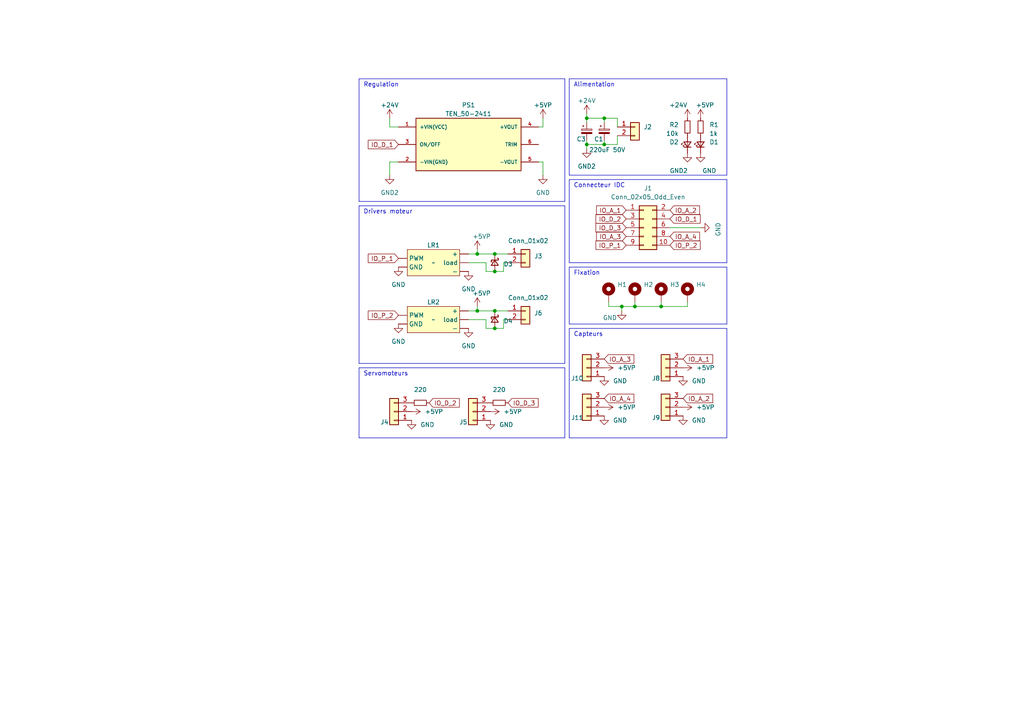
<source format=kicad_sch>
(kicad_sch (version 20230121) (generator eeschema)
  (paper "A4")
  (lib_symbols
    (symbol "Connector_Generic:Conn_01x02" (pin_names (offset 1.016) hide)
      (property "Reference" "J" (at 0 2.54 0))
      (property "Value" "Conn_01x02" (at 0 -5.08 0))
      (symbol "Conn_01x02_1_1"
        (rectangle (start -1.27 -2.413) (end 0 -2.667) (stroke (width 0.1524)))
        (rectangle (start -1.27 0.127) (end 0 -0.127) (stroke (width 0.1524)))
        (rectangle (start -1.27 1.27) (end 1.27 -3.81) (stroke (width 0.254)) (fill (type background)))
        (pin passive line (at -5.08 0 0) (length 3.81) (name "Pin_1") (number "1"))
        (pin passive line (at -5.08 -2.54 0) (length 3.81) (name "Pin_2") (number "2"))
      )
    )
    (symbol "Connector_Generic:Conn_01x03" (pin_names (offset 1.016) hide)
      (property "Reference" "J" (at 0 5.08 0))
      (property "Value" "Conn_01x03" (at 0 -5.08 0))
      (symbol "Conn_01x03_1_1"
        (rectangle (start -1.27 -2.413) (end 0 -2.667) (stroke (width 0.1524)))
        (rectangle (start -1.27 0.127) (end 0 -0.127) (stroke (width 0.1524)))
        (rectangle (start -1.27 2.667) (end 0 2.413) (stroke (width 0.1524)))
        (rectangle (start -1.27 3.81) (end 1.27 -3.81) (stroke (width 0.254)) (fill (type background)))
        (pin passive line (at -5.08 2.54 0) (length 3.81) (name "Pin_1") (number "1"))
        (pin passive line (at -5.08 0 0) (length 3.81) (name "Pin_2") (number "2"))
        (pin passive line (at -5.08 -2.54 0) (length 3.81) (name "Pin_3") (number "3"))
      )
    )
    (symbol "Connector_Generic:Conn_02x05_Odd_Even" (pin_names (offset 1.016) hide)
      (property "Reference" "J" (at 1.27 7.62 0))
      (property "Value" "Conn_02x05_Odd_Even" (at 1.27 -7.62 0))
      (symbol "Conn_02x05_Odd_Even_1_1"
        (rectangle (start -1.27 -4.953) (end 0 -5.207) (stroke (width 0.1524)))
        (rectangle (start -1.27 -2.413) (end 0 -2.667) (stroke (width 0.1524)))
        (rectangle (start -1.27 0.127) (end 0 -0.127) (stroke (width 0.1524)))
        (rectangle (start -1.27 2.667) (end 0 2.413) (stroke (width 0.1524)))
        (rectangle (start -1.27 5.207) (end 0 4.953) (stroke (width 0.1524)))
        (rectangle (start -1.27 6.35) (end 3.81 -6.35) (stroke (width 0.254)) (fill (type background)))
        (rectangle (start 3.81 -4.953) (end 2.54 -5.207) (stroke (width 0.1524)))
        (rectangle (start 3.81 -2.413) (end 2.54 -2.667) (stroke (width 0.1524)))
        (rectangle (start 3.81 0.127) (end 2.54 -0.127) (stroke (width 0.1524)))
        (rectangle (start 3.81 2.667) (end 2.54 2.413) (stroke (width 0.1524)))
        (rectangle (start 3.81 5.207) (end 2.54 4.953) (stroke (width 0.1524)))
        (pin passive line (at -5.08 5.08 0) (length 3.81) (name "Pin_1") (number "1"))
        (pin passive line (at 7.62 -5.08 180) (length 3.81) (name "Pin_10") (number "10"))
        (pin passive line (at 7.62 5.08 180) (length 3.81) (name "Pin_2") (number "2"))
        (pin passive line (at -5.08 2.54 0) (length 3.81) (name "Pin_3") (number "3"))
        (pin passive line (at 7.62 2.54 180) (length 3.81) (name "Pin_4") (number "4"))
        (pin passive line (at -5.08 0 0) (length 3.81) (name "Pin_5") (number "5"))
        (pin passive line (at 7.62 0 180) (length 3.81) (name "Pin_6") (number "6"))
        (pin passive line (at -5.08 -2.54 0) (length 3.81) (name "Pin_7") (number "7"))
        (pin passive line (at 7.62 -2.54 180) (length 3.81) (name "Pin_8") (number "8"))
        (pin passive line (at -5.08 -5.08 0) (length 3.81) (name "Pin_9") (number "9"))
      )
    )
    (symbol "Device:C_Polarized_Small" (pin_numbers hide) (pin_names (offset 0.254) hide)
      (property "Reference" "C" (at 0.254 1.778 0))
      (property "Value" "C_Polarized_Small" (at 0.254 -2.032 0))
      (symbol "C_Polarized_Small_0_1"
        (rectangle (start -1.524 -0.3048) (end 1.524 -0.6858) (fill (type outline)))
        (rectangle (start -1.524 0.6858) (end 1.524 0.3048))
        (polyline (pts (xy -1.27 1.524) (xy -0.762 1.524)))
        (polyline (pts (xy -1.016 1.27) (xy -1.016 1.778)))
      )
      (symbol "C_Polarized_Small_1_1"
        (pin passive line (at 0 2.54 270) (length 1.8542) (name "~") (number "1"))
        (pin passive line (at 0 -2.54 90) (length 1.8542) (name "~") (number "2"))
      )
    )
    (symbol "Device:D_Schottky_Small" (pin_numbers hide) (pin_names (offset 0.254) hide)
      (property "Reference" "D" (at -1.27 2.032 0))
      (property "Value" "D_Schottky_Small" (at -7.112 -2.032 0))
      (symbol "D_Schottky_Small_0_1"
        (polyline (pts (xy -0.762 0) (xy 0.762 0)))
        (polyline (pts (xy 0.762 -1.016) (xy -0.762 0) (xy 0.762 1.016) (xy 0.762 -1.016)) (stroke (width 0.254)))
        (polyline (pts (xy -1.27 0.762) (xy -1.27 1.016) (xy -0.762 1.016) (xy -0.762 -1.016) (xy -0.254 -1.016) (xy -0.254 -0.762)) (stroke (width 0.254)))
      )
      (symbol "D_Schottky_Small_1_1"
        (pin passive line (at -2.54 0 0) (length 1.778) (name "K") (number "1"))
        (pin passive line (at 2.54 0 180) (length 1.778) (name "A") (number "2"))
      )
    )
    (symbol "Device:LED_Small" (pin_numbers hide) (pin_names (offset 0.254) hide)
      (property "Reference" "D" (at -1.27 3.175 0))
      (property "Value" "LED_Small" (at -4.445 -2.54 0))
      (symbol "LED_Small_0_1"
        (polyline (pts (xy -0.762 -1.016) (xy -0.762 1.016)) (stroke (width 0.254)))
        (polyline (pts (xy 1.016 0) (xy -0.762 0)))
        (polyline (pts (xy 0.762 -1.016) (xy -0.762 0) (xy 0.762 1.016) (xy 0.762 -1.016)) (stroke (width 0.254)))
        (polyline (pts (xy 0 0.762) (xy -0.508 1.27) (xy -0.254 1.27) (xy -0.508 1.27) (xy -0.508 1.016)))
        (polyline (pts (xy 0.508 1.27) (xy 0 1.778) (xy 0.254 1.778) (xy 0 1.778) (xy 0 1.524)))
      )
      (symbol "LED_Small_1_1"
        (pin passive line (at -2.54 0 0) (length 1.778) (name "K") (number "1"))
        (pin passive line (at 2.54 0 180) (length 1.778) (name "A") (number "2"))
      )
    )
    (symbol "Device:R_Small" (pin_numbers hide) (pin_names (offset 0.254) hide)
      (property "Reference" "R" (at 0.762 0.508 0))
      (property "Value" "R_Small" (at 0.762 -1.016 0))
      (symbol "R_Small_0_1"
        (rectangle (start -0.762 1.778) (end 0.762 -1.778) (stroke (width 0.2032)))
      )
      (symbol "R_Small_1_1"
        (pin passive line (at 0 2.54 270) (length 0.762) (name "~") (number "1"))
        (pin passive line (at 0 -2.54 90) (length 0.762) (name "~") (number "2"))
      )
    )
    (symbol "LR7843-Board:LR7843-Board" (pin_numbers hide)
      (property "Reference" "LR7843" (at -3.81 5.08 0))
      (symbol "LR7843-Board_0_1"
        (rectangle (start -7.62 3.81) (end 7.62 -3.81) (fill (type background)))
      )
      (symbol "LR7843-Board_1_1"
        (pin input line (at 10.16 1.27 180) (length 2.54) (name "PWM") (number "1"))
        (pin input line (at 10.16 -1.27 180) (length 2.54) (name "GND") (number "2"))
        (pin input line (at -10.16 2.54 0) (length 2.54) (name "+") (number "3"))
        (pin input line (at -10.16 0 0) (length 2.54) (name "load") (number "4"))
        (pin input line (at -10.16 -2.54 0) (length 2.54) (name "-") (number "5"))
      )
    )
    (symbol "Mechanical:MountingHole_Pad" (pin_numbers hide) (pin_names (offset 1.016) hide)
      (property "Reference" "H" (at 0 6.35 0))
      (property "Value" "MountingHole_Pad" (at 0 4.445 0))
      (symbol "MountingHole_Pad_0_1"
        (circle (center 0 1.27) (radius 1.27) (stroke (width 1.27)))
      )
      (symbol "MountingHole_Pad_1_1"
        (pin input line (at 0 -2.54 90) (length 2.54) (name "1") (number "1"))
      )
    )
    (symbol "TEN_50-2411:TEN_50-2411" (pin_names (offset 1.016))
      (property "Reference" "PS" (at -15.24 10.16 0))
      (property "Value" "TEN_50-2411" (at -15.24 -10.16 0))
      (symbol "TEN_50-2411_0_0"
        (rectangle (start -15.24 -7.62) (end 15.24 7.62) (stroke (width 0.254)) (fill (type background)))
        (pin input line (at -20.32 5.08 0) (length 5.08) (name "+VIN(VCC)") (number "1"))
        (pin input line (at -20.32 -5.08 0) (length 5.08) (name "-VIN(GND)") (number "2"))
        (pin input line (at -20.32 0 0) (length 5.08) (name "ON/OFF") (number "3"))
        (pin output line (at 20.32 5.08 180) (length 5.08) (name "+VOUT") (number "4"))
        (pin output line (at 20.32 -5.08 180) (length 5.08) (name "-VOUT") (number "5"))
        (pin passive line (at 20.32 0 180) (length 5.08) (name "TRIM") (number "6"))
      )
    )
    (symbol "power:+24V" (power) (pin_names (offset 0))
      (property "Value" "+24V" (at 0 3.556 0))
      (symbol "+24V_0_1"
        (polyline (pts (xy -0.762 1.27) (xy 0 2.54)))
        (polyline (pts (xy 0 0) (xy 0 2.54)))
        (polyline (pts (xy 0 2.54) (xy 0.762 1.27)))
      )
      (symbol "+24V_1_1"
        (pin power_in line (at 0 0 90) (length 0) hide (name "+24V") (number "1"))
      )
    )
    (symbol "power:+5VP" (power) (pin_names (offset 0))
      (property "Value" "+5VP" (at 0 3.556 0))
      (symbol "+5VP_0_1"
        (polyline (pts (xy -0.762 1.27) (xy 0 2.54)))
        (polyline (pts (xy 0 0) (xy 0 2.54)))
        (polyline (pts (xy 0 2.54) (xy 0.762 1.27)))
      )
      (symbol "+5VP_1_1"
        (pin power_in line (at 0 0 90) (length 0) hide (name "+5VP") (number "1"))
      )
    )
    (symbol "power:GND" (power) (pin_names (offset 0))
      (property "Value" "GND" (at 0 -3.81 0))
      (symbol "GND_0_1"
        (polyline (pts (xy 0 0) (xy 0 -1.27) (xy 1.27 -1.27) (xy 0 -2.54) (xy -1.27 -1.27) (xy 0 -1.27)))
      )
      (symbol "GND_1_1"
        (pin power_in line (at 0 0 270) (length 0) hide (name "GND") (number "1"))
      )
    )
    (symbol "power:GND2" (power) (pin_names (offset 0))
      (property "Value" "GND2" (at 0 -3.81 0))
      (symbol "GND2_0_1"
        (polyline (pts (xy 0 0) (xy 0 -1.27) (xy 1.27 -1.27) (xy 0 -2.54) (xy -1.27 -1.27) (xy 0 -1.27)))
      )
      (symbol "GND2_1_1"
        (pin power_in line (at 0 0 270) (length 0) hide (name "GND2") (number "1"))
      )
    )
  )
  (junction (at 138.43 90.17))
  (junction (at 143.51 78.74))
  (junction (at 143.51 95.25))
  (junction (at 170.18 34.29))
  (junction (at 175.26 34.29))
  (junction (at 143.51 90.17))
  (junction (at 143.51 73.66))
  (junction (at 180.34 88.9))
  (junction (at 184.15 88.9))
  (junction (at 191.77 88.9))
  (junction (at 170.18 41.91))
  (junction (at 175.26 41.91))
  (junction (at 138.43 73.66))
  (polyline (pts (xy 210.82 95.25) (xy 210.82 127)))
  (wire (pts (xy 135.89 76.2) (xy 140.97 76.2)))
  (wire (pts (xy 175.26 34.29) (xy 175.26 35.56)))
  (wire (pts (xy 170.18 34.29) (xy 175.26 34.29)))
  (wire (pts (xy 184.15 88.9) (xy 184.15 87.63)))
  (wire (pts (xy 143.51 90.17) (xy 147.32 90.17)))
  (wire (pts (xy 115.57 46.99) (xy 113.03 46.99)))
  (wire (pts (xy 156.21 36.83) (xy 157.48 36.83)))
  (wire (pts (xy 199.39 87.63) (xy 199.39 88.9)))
  (polyline (pts (xy 210.82 52.07) (xy 210.82 76.2)))
  (wire (pts (xy 135.89 90.17) (xy 138.43 90.17)))
  (wire (pts (xy 147.32 92.71) (xy 146.05 92.71)))
  (polyline (pts (xy 210.82 127) (xy 165.1 127)))
  (wire (pts (xy 176.53 87.63) (xy 176.53 88.9)))
  (wire (pts (xy 170.18 35.56) (xy 170.18 34.29)))
  (wire (pts (xy 180.34 88.9) (xy 180.34 90.17)))
  (polyline (pts (xy 104.14 22.86) (xy 104.14 58.42)))
  (wire (pts (xy 113.03 36.83) (xy 115.57 36.83)))
  (polyline (pts (xy 165.1 95.25) (xy 165.1 127)))
  (wire (pts (xy 140.97 92.71) (xy 140.97 95.25)))
  (wire (pts (xy 180.34 88.9) (xy 184.15 88.9)))
  (wire (pts (xy 138.43 72.39) (xy 138.43 73.66)))
  (polyline (pts (xy 165.1 22.86) (xy 165.1 50.8)))
  (polyline (pts (xy 165.1 22.86) (xy 210.82 22.86)))
  (polyline (pts (xy 165.1 77.47) (xy 210.82 77.47)))
  (polyline (pts (xy 104.14 106.68) (xy 163.83 106.68)))
  (polyline (pts (xy 210.82 77.47) (xy 210.82 93.98)))
  (polyline (pts (xy 210.82 50.8) (xy 165.1 50.8)))
  (wire (pts (xy 146.05 92.71) (xy 146.05 95.25)))
  (wire (pts (xy 170.18 40.64) (xy 170.18 41.91)))
  (polyline (pts (xy 163.83 22.86) (xy 163.83 58.42)))
  (wire (pts (xy 179.07 41.91) (xy 175.26 41.91)))
  (wire (pts (xy 170.18 41.91) (xy 170.18 43.18)))
  (wire (pts (xy 147.32 76.2) (xy 146.05 76.2)))
  (wire (pts (xy 113.03 46.99) (xy 113.03 50.8)))
  (polyline (pts (xy 165.1 52.07) (xy 165.1 76.2)))
  (wire (pts (xy 179.07 39.37) (xy 179.07 41.91)))
  (wire (pts (xy 179.07 36.83) (xy 179.07 34.29)))
  (polyline (pts (xy 163.83 58.42) (xy 104.14 58.42)))
  (wire (pts (xy 191.77 87.63) (xy 191.77 88.9)))
  (polyline (pts (xy 210.82 76.2) (xy 165.1 76.2)))
  (wire (pts (xy 138.43 88.9) (xy 138.43 90.17)))
  (polyline (pts (xy 165.1 95.25) (xy 210.82 95.25)))
  (polyline (pts (xy 210.82 93.98) (xy 165.1 93.98)))
  (wire (pts (xy 146.05 76.2) (xy 146.05 78.74)))
  (wire (pts (xy 140.97 76.2) (xy 140.97 78.74)))
  (wire (pts (xy 135.89 92.71) (xy 140.97 92.71)))
  (wire (pts (xy 203.2 66.04) (xy 194.31 66.04)))
  (wire (pts (xy 157.48 46.99) (xy 157.48 50.8)))
  (wire (pts (xy 113.03 34.29) (xy 113.03 36.83)))
  (wire (pts (xy 175.26 40.64) (xy 175.26 41.91)))
  (polyline (pts (xy 165.1 77.47) (xy 165.1 93.98)))
  (wire (pts (xy 170.18 33.02) (xy 170.18 34.29)))
  (polyline (pts (xy 210.82 22.86) (xy 210.82 50.8)))
  (wire (pts (xy 191.77 88.9) (xy 184.15 88.9)))
  (polyline (pts (xy 104.14 22.86) (xy 163.83 22.86)))
  (polyline (pts (xy 104.14 106.68) (xy 104.14 127)))
  (wire (pts (xy 135.89 73.66) (xy 138.43 73.66)))
  (wire (pts (xy 138.43 73.66) (xy 143.51 73.66)))
  (polyline (pts (xy 104.14 59.69) (xy 163.83 59.69)))
  (wire (pts (xy 140.97 78.74) (xy 143.51 78.74)))
  (wire (pts (xy 140.97 95.25) (xy 143.51 95.25)))
  (wire (pts (xy 175.26 34.29) (xy 179.07 34.29)))
  (wire (pts (xy 176.53 88.9) (xy 180.34 88.9)))
  (polyline (pts (xy 165.1 52.07) (xy 210.82 52.07)))
  (wire (pts (xy 175.26 41.91) (xy 170.18 41.91)))
  (polyline (pts (xy 104.14 59.69) (xy 104.14 105.41)))
  (polyline (pts (xy 163.83 105.41) (xy 104.14 105.41)))
  (polyline (pts (xy 163.83 106.68) (xy 163.83 127)))
  (wire (pts (xy 191.77 88.9) (xy 199.39 88.9)))
  (polyline (pts (xy 163.83 127) (xy 104.14 127)))
  (wire (pts (xy 143.51 73.66) (xy 147.32 73.66)))
  (polyline (pts (xy 163.83 59.69) (xy 163.83 105.41)))
  (wire (pts (xy 157.48 36.83) (xy 157.48 34.29)))
  (wire (pts (xy 156.21 46.99) (xy 157.48 46.99)))
  (wire (pts (xy 143.51 78.74) (xy 146.05 78.74)))
  (wire (pts (xy 146.05 95.25) (xy 143.51 95.25)))
  (wire (pts (xy 138.43 90.17) (xy 143.51 90.17)))
  (text "Servomoteurs" (at 105.41 109.22 0) (effects (font (size 1.27 1.27)) (justify left bottom)))
  (text "Fixation" (at 166.37 80.01 0) (effects (font (size 1.27 1.27)) (justify left bottom)))
  (text "Drivers moteur" (at 105.41 62.23 0) (effects (font (size 1.27 1.27)) (justify left bottom)))
  (text "Connecteur IDC" (at 166.37 54.61 0) (effects (font (size 1.27 1.27)) (justify left bottom)))
  (text "Capteurs" (at 166.37 97.79 0) (effects (font (size 1.27 1.27)) (justify left bottom)))
  (text "Alimentation" (at 166.37 25.4 0) (effects (font (size 1.27 1.27)) (justify left bottom)))
  (text "Regulation" (at 105.41 25.4 0) (effects (font (size 1.27 1.27)) (justify left bottom)))
  (global_label "IO_D_1" (shape input) (at 194.31 63.5 0) (property "Intersheetrefs" "${INTERSHEET_REFS}" (effects hide)))
  (global_label "IO_A_2" (shape input) (at 198.12 115.57 0) (property "Intersheetrefs" "${INTERSHEET_REFS}" (effects hide)))
  (global_label "IO_D_3" (shape input) (at 181.61 66.04 180) (property "Intersheetrefs" "${INTERSHEET_REFS}" (effects hide)))
  (global_label "IO_D_3" (shape input) (at 147.32 116.84 0) (property "Intersheetrefs" "${INTERSHEET_REFS}" (effects hide)))
  (global_label "IO_A_4" (shape input) (at 175.26 115.57 0) (property "Intersheetrefs" "${INTERSHEET_REFS}" (effects hide)))
  (global_label "IO_D_1" (shape input) (at 115.57 41.91 180) (property "Intersheetrefs" "${INTERSHEET_REFS}" (effects hide)))
  (global_label "IO_A_3" (shape input) (at 175.26 104.14 0) (property "Intersheetrefs" "${INTERSHEET_REFS}" (effects hide)))
  (global_label "IO_P_1" (shape input) (at 181.61 71.12 180) (property "Intersheetrefs" "${INTERSHEET_REFS}" (effects hide)))
  (global_label "IO_A_3" (shape input) (at 181.61 68.58 180) (property "Intersheetrefs" "${INTERSHEET_REFS}" (effects hide)))
  (global_label "IO_P_2" (shape input) (at 115.57 91.44 180) (property "Intersheetrefs" "${INTERSHEET_REFS}" (effects hide)))
  (global_label "IO_P_1" (shape input) (at 115.57 74.93 180) (property "Intersheetrefs" "${INTERSHEET_REFS}" (effects hide)))
  (global_label "IO_D_2" (shape input) (at 124.46 116.84 0) (property "Intersheetrefs" "${INTERSHEET_REFS}" (effects hide)))
  (global_label "IO_P_2" (shape input) (at 194.31 71.12 0) (property "Intersheetrefs" "${INTERSHEET_REFS}" (effects hide)))
  (global_label "IO_A_1" (shape input) (at 181.61 60.96 180) (property "Intersheetrefs" "${INTERSHEET_REFS}" (effects hide)))
  (global_label "IO_A_2" (shape input) (at 194.31 60.96 0) (property "Intersheetrefs" "${INTERSHEET_REFS}" (effects hide)))
  (global_label "IO_A_1" (shape input) (at 198.12 104.14 0) (property "Intersheetrefs" "${INTERSHEET_REFS}" (effects hide)))
  (global_label "IO_D_2" (shape input) (at 181.61 63.5 180) (property "Intersheetrefs" "${INTERSHEET_REFS}" (effects hide)))
  (global_label "IO_A_4" (shape input) (at 194.31 68.58 0) (property "Intersheetrefs" "${INTERSHEET_REFS}" (effects hide)))
  (symbol (lib_id "power:+5VP") (at 142.24 119.38 270) (unit 1)
    (property "Reference" "#PWR017" (effects hide))
    (property "Value" "+5VP" (at 146.05 119.3799 90) (effects (justify left)))
  )
  (symbol (lib_id "Device:R_Small") (at 144.78 116.84 90) (unit 1)
    (property "Reference" "R5" (effects hide))
    (property "Value" "220" (at 144.78 113.03 90))
    (property "Footprint" "Resistor_SMD:R_1206_3216Metric_Pad1.30x1.75mm_HandSolder" (effects hide))
  )
  (symbol (lib_id "power:GND") (at 175.26 109.22 0) (unit 1)
    (property "Reference" "#PWR028" (effects hide))
    (property "Value" "GND" (at 177.8 110.4899 0) (effects (justify left)))
  )
  (symbol (lib_id "power:+5VP") (at 203.2 34.29 0) (unit 1)
    (property "Reference" "#PWR05" (effects hide))
    (property "Value" "+5VP" (at 204.47 30.48 0))
  )
  (symbol (lib_id "power:+5VP") (at 119.38 119.38 270) (unit 1)
    (property "Reference" "#PWR015" (effects hide))
    (property "Value" "+5VP" (at 123.19 119.3799 90) (effects (justify left)))
  )
  (symbol (lib_id "Connector_Generic:Conn_01x02") (at 152.4 73.66 0) (unit 1)
    (property "Reference" "J3" (at 154.94 74.295 0) (effects (justify left)))
    (property "Value" "Conn_01x02" (at 147.32 69.85 0) (effects (justify left)))
    (property "Footprint" "Connector_PinHeader_2.54mm:PinHeader_1x02_P2.54mm_Horizontal" (effects hide))
  )
  (symbol (lib_id "Device:C_Polarized_Small") (at 175.26 38.1 0) (unit 1)
    (property "Reference" "C1" (at 172.3037 40.3468 0) (effects (justify left)))
    (property "Value" "220uF 50V" (effects hide))
    (property "Footprint" "Capacitor_THT:CP_Radial_D10.0mm_P5.00mm" (effects hide))
  )
  (symbol (lib_id "power:+5VP") (at 198.12 118.11 270) (unit 1)
    (property "Reference" "#PWR025" (effects hide))
    (property "Value" "+5VP" (at 201.93 118.1099 90) (effects (justify left)))
  )
  (symbol (lib_id "Connector_Generic:Conn_01x03") (at 193.04 118.11 180) (unit 1)
    (property "Reference" "J9" (at 190.2774 121.1555 0))
    (property "Value" "Conn_01x03" (effects hide))
    (property "Footprint" "Connector_PinHeader_2.54mm:PinHeader_1x03_P2.54mm_Horizontal" (effects hide))
  )
  (symbol (lib_id "Mechanical:MountingHole_Pad") (at 176.53 85.09 0) (unit 1)
    (property "Reference" "H1" (at 179.07 82.5499 0) (effects (justify left)))
    (property "Value" "MountingHole_Pad" (effects hide))
    (property "Footprint" "MountingHole:MountingHole_3.2mm_M3_Pad_Via" (effects hide))
  )
  (symbol (lib_id "power:GND") (at 115.57 93.98 0) (unit 1)
    (property "Reference" "#PWR014" (effects hide))
    (property "Value" "GND" (at 115.57 99.06 0))
  )
  (symbol (lib_id "power:GND2") (at 199.39 44.45 0) (unit 1)
    (property "Reference" "#PWR010" (effects hide))
    (property "Value" "GND2" (at 196.85 49.53 0))
  )
  (symbol (lib_id "power:+5VP") (at 175.26 118.11 270) (unit 1)
    (property "Reference" "#PWR029" (effects hide))
    (property "Value" "+5VP" (at 179.07 118.1099 90) (effects (justify left)))
  )
  (symbol (lib_id "Connector_Generic:Conn_01x03") (at 193.04 106.68 180) (unit 1)
    (property "Reference" "J8" (at 190.2774 109.7255 0))
    (property "Value" "Conn_01x03" (effects hide))
    (property "Footprint" "Connector_PinHeader_2.54mm:PinHeader_1x03_P2.54mm_Horizontal" (effects hide))
  )
  (symbol (lib_id "power:GND") (at 142.24 121.92 0) (unit 1)
    (property "Reference" "#PWR018" (effects hide))
    (property "Value" "GND" (at 144.78 123.1899 0) (effects (justify left)))
  )
  (symbol (lib_id "power:+5VP") (at 138.43 88.9 0) (unit 1)
    (property "Reference" "#PWR022" (effects hide))
    (property "Value" "+5VP" (at 139.7 85.09 0))
  )
  (symbol (lib_id "power:GND") (at 198.12 109.22 0) (unit 1)
    (property "Reference" "#PWR024" (effects hide))
    (property "Value" "GND" (at 200.66 110.4899 0) (effects (justify left)))
  )
  (symbol (lib_id "power:GND") (at 180.34 90.17 0) (unit 1)
    (property "Reference" "#PWR07" (effects hide))
    (property "Value" "GND" (at 174.8545 92.1682 0) (effects (justify left)))
  )
  (symbol (lib_id "Device:C_Polarized_Small") (at 170.18 38.1 0) (unit 1)
    (property "Reference" "C3" (at 167.2237 40.3468 0) (effects (justify left)))
    (property "Value" "220uF 50V" (at 170.8478 43.4639 0) (effects (justify left)))
    (property "Footprint" "Capacitor_THT:CP_Radial_D10.0mm_P5.00mm" (effects hide))
  )
  (symbol (lib_id "power:GND") (at 135.89 95.25 0) (unit 1)
    (property "Reference" "#PWR020" (effects hide))
    (property "Value" "GND" (at 135.89 100.33 0))
  )
  (symbol (lib_id "LR7843-Board:LR7843-Board") (at 125.73 92.71 0) (mirror y) (unit 1)
    (property "Reference" "LR2" (at 125.73 87.63 0))
    (property "Value" "~" (at 125.73 92.71 0))
    (property "Footprint" "LR7843:LR7843-Board" (effects hide))
  )
  (symbol (lib_id "Device:LED_Small") (at 199.39 41.91 90) (unit 1)
    (property "Reference" "D2" (at 196.85 41.2115 90) (effects (justify left)))
    (property "Value" "LED_Small" (effects hide))
    (property "Footprint" "LED_SMD:LED_1206_3216Metric_Pad1.42x1.75mm_HandSolder" (effects hide))
  )
  (symbol (lib_id "Device:D_Schottky_Small") (at 143.51 76.2 270) (unit 1)
    (property "Reference" "D3" (at 146.05 76.581 90) (effects (justify left)))
    (property "Value" "D_Schottky_Small" (effects hide))
    (property "Footprint" "Diode_THT:D_A-405_P10.16mm_Horizontal" (effects hide))
  )
  (symbol (lib_id "power:GND") (at 119.38 121.92 0) (unit 1)
    (property "Reference" "#PWR016" (effects hide))
    (property "Value" "GND" (at 121.92 123.1899 0) (effects (justify left)))
  )
  (symbol (lib_id "power:GND") (at 203.2 44.45 0) (unit 1)
    (property "Reference" "#PWR01" (effects hide))
    (property "Value" "GND" (at 205.74 49.53 0))
  )
  (symbol (lib_id "Connector_Generic:Conn_01x02") (at 184.15 36.83 0) (unit 1)
    (property "Reference" "J2" (at 186.69 36.8299 0) (effects (justify left)))
    (property "Value" "Conn_01x02" (effects hide))
    (property "Footprint" "Connector_AMASS:AMASS_XT30PW-M_1x02_P2.50mm_Horizontal" (effects hide))
  )
  (symbol (lib_id "Mechanical:MountingHole_Pad") (at 184.15 85.09 0) (unit 1)
    (property "Reference" "H2" (at 186.69 82.5499 0) (effects (justify left)))
    (property "Value" "MountingHole_Pad" (effects hide))
    (property "Footprint" "MountingHole:MountingHole_3.2mm_M3_Pad_Via" (effects hide))
  )
  (symbol (lib_id "Connector_Generic:Conn_01x03") (at 114.3 119.38 180) (unit 1)
    (property "Reference" "J4" (at 111.5374 122.4255 0))
    (property "Value" "Conn_01x03" (effects hide))
    (property "Footprint" "Connector_PinHeader_2.54mm:PinHeader_1x03_P2.54mm_Horizontal" (effects hide))
  )
  (symbol (lib_id "Device:R_Small") (at 199.39 36.83 0) (unit 1)
    (property "Reference" "R2" (at 196.85 36.195 0) (effects (justify right)))
    (property "Value" "10k" (at 196.85 38.735 0) (effects (justify right)))
    (property "Footprint" "Resistor_SMD:R_1206_3216Metric_Pad1.30x1.75mm_HandSolder" (effects hide))
  )
  (symbol (lib_id "power:GND") (at 135.89 78.74 0) (unit 1)
    (property "Reference" "#PWR019" (effects hide))
    (property "Value" "GND" (at 135.89 83.82 0))
  )
  (symbol (lib_id "power:+24V") (at 199.39 34.29 0) (unit 1)
    (property "Reference" "#PWR011" (effects hide))
    (property "Value" "+24V" (at 199.39 30.48 0) (effects (justify right)))
  )
  (symbol (lib_id "power:GND") (at 203.2 66.04 90) (unit 1)
    (property "Reference" "#PWR08" (effects hide))
    (property "Value" "GND" (at 208.28 68.58 0) (effects (justify left)))
  )
  (symbol (lib_id "Device:LED_Small") (at 203.2 41.91 90) (unit 1)
    (property "Reference" "D1" (at 205.74 41.2115 90) (effects (justify right)))
    (property "Value" "LED_Small" (effects hide))
    (property "Footprint" "LED_SMD:LED_1206_3216Metric_Pad1.42x1.75mm_HandSolder" (effects hide))
  )
  (symbol (lib_id "power:+24V") (at 170.18 33.02 0) (unit 1)
    (property "Reference" "#PWR09" (effects hide))
    (property "Value" "+24V" (at 170.18 29.21 0))
  )
  (symbol (lib_id "Connector_Generic:Conn_01x03") (at 170.18 118.11 180) (unit 1)
    (property "Reference" "J11" (at 167.4174 121.1555 0))
    (property "Value" "Conn_01x03" (effects hide))
    (property "Footprint" "Connector_PinHeader_2.54mm:PinHeader_1x03_P2.54mm_Horizontal" (effects hide))
  )
  (symbol (lib_id "power:+5VP") (at 138.43 72.39 0) (unit 1)
    (property "Reference" "#PWR021" (effects hide))
    (property "Value" "+5VP" (at 139.7 68.58 0))
  )
  (symbol (lib_id "Connector_Generic:Conn_01x02") (at 152.4 90.17 0) (unit 1)
    (property "Reference" "J6" (at 154.94 90.805 0) (effects (justify left)))
    (property "Value" "Conn_01x02" (at 147.32 86.36 0) (effects (justify left)))
    (property "Footprint" "Connector_PinHeader_2.54mm:PinHeader_1x02_P2.54mm_Horizontal" (effects hide))
  )
  (symbol (lib_id "Device:R_Small") (at 203.2 36.83 0) (unit 1)
    (property "Reference" "R1" (at 205.74 36.195 0) (effects (justify left)))
    (property "Value" "1k" (at 205.74 38.735 0) (effects (justify left)))
    (property "Footprint" "Resistor_SMD:R_1206_3216Metric_Pad1.30x1.75mm_HandSolder" (effects hide))
  )
  (symbol (lib_id "Device:R_Small") (at 121.92 116.84 90) (unit 1)
    (property "Reference" "R4" (effects hide))
    (property "Value" "220" (at 121.92 113.03 90))
    (property "Footprint" "Resistor_SMD:R_1206_3216Metric_Pad1.30x1.75mm_HandSolder" (effects hide))
  )
  (symbol (lib_id "Mechanical:MountingHole_Pad") (at 191.77 85.09 0) (unit 1)
    (property "Reference" "H3" (at 194.31 82.5499 0) (effects (justify left)))
    (property "Value" "MountingHole_Pad" (effects hide))
    (property "Footprint" "MountingHole:MountingHole_3.2mm_M3_Pad_Via" (effects hide))
  )
  (symbol (lib_id "power:GND2") (at 170.18 43.18 0) (unit 1)
    (property "Reference" "#PWR06" (effects hide))
    (property "Value" "GND2" (at 170.18 48.26 0))
  )
  (symbol (lib_id "power:GND") (at 115.57 77.47 0) (unit 1)
    (property "Reference" "#PWR013" (effects hide))
    (property "Value" "GND" (at 115.57 82.55 0))
  )
  (symbol (lib_id "power:+5VP") (at 157.48 34.29 0) (unit 1)
    (property "Reference" "#PWR03" (effects hide))
    (property "Value" "+5VP" (at 157.48 30.48 0))
  )
  (symbol (lib_id "power:+5VP") (at 175.26 106.68 270) (unit 1)
    (property "Reference" "#PWR027" (effects hide))
    (property "Value" "+5VP" (at 179.07 106.6799 90) (effects (justify left)))
  )
  (symbol (lib_id "power:GND2") (at 113.03 50.8 0) (unit 1)
    (property "Reference" "#PWR02" (effects hide))
    (property "Value" "GND2" (at 113.03 55.88 0))
  )
  (symbol (lib_id "power:GND") (at 175.26 120.65 0) (unit 1)
    (property "Reference" "#PWR030" (effects hide))
    (property "Value" "GND" (at 177.8 121.9199 0) (effects (justify left)))
  )
  (symbol (lib_id "power:GND") (at 198.12 120.65 0) (unit 1)
    (property "Reference" "#PWR026" (effects hide))
    (property "Value" "GND" (at 200.66 121.9199 0) (effects (justify left)))
  )
  (symbol (lib_id "Connector_Generic:Conn_01x03") (at 170.18 106.68 180) (unit 1)
    (property "Reference" "J10" (at 167.4174 109.7255 0))
    (property "Value" "Conn_01x03" (effects hide))
    (property "Footprint" "Connector_PinHeader_2.54mm:PinHeader_1x03_P2.54mm_Horizontal" (effects hide))
  )
  (symbol (lib_id "Device:D_Schottky_Small") (at 143.51 92.71 270) (unit 1)
    (property "Reference" "D4" (at 146.05 93.091 90) (effects (justify left)))
    (property "Value" "D_Schottky_Small" (effects hide))
    (property "Footprint" "Diode_THT:D_A-405_P10.16mm_Horizontal" (effects hide))
  )
  (symbol (lib_id "TEN_50-2411:TEN_50-2411") (at 135.89 41.91 0) (unit 1)
    (property "Reference" "PS1" (at 135.89 30.48 0))
    (property "Value" "TEN_50-2411" (at 135.89 33.02 0))
    (property "Footprint" "TEN 50-2411:CONV_TEN_50-2411" (effects hide))
    (property "PARTREV" "February 3, 2021" (effects hide))
    (property "MANUFACTURER" "Traco Power" (effects hide))
    (property "MAXIMUM_PACKAGE_HEIGHT" "11.25mm" (effects hide))
    (property "STANDARD" "Manufacturer Recommendations" (effects hide))
  )
  (symbol (lib_id "Connector_Generic:Conn_01x03") (at 137.16 119.38 180) (unit 1)
    (property "Reference" "J5" (at 134.3974 122.4255 0))
    (property "Value" "Conn_01x03" (effects hide))
    (property "Footprint" "Connector_PinHeader_2.54mm:PinHeader_1x03_P2.54mm_Horizontal" (effects hide))
  )
  (symbol (lib_id "Mechanical:MountingHole_Pad") (at 199.39 85.09 0) (unit 1)
    (property "Reference" "H4" (at 201.93 82.5499 0) (effects (justify left)))
    (property "Value" "MountingHole_Pad" (effects hide))
    (property "Footprint" "MountingHole:MountingHole_3.2mm_M3_Pad_Via" (effects hide))
  )
  (symbol (lib_id "Connector_Generic:Conn_02x05_Odd_Even") (at 186.69 66.04 0) (unit 1)
    (property "Reference" "J1" (at 187.96 54.61 0))
    (property "Value" "Conn_02x05_Odd_Even" (at 187.96 57.15 0))
    (property "Footprint" "Connector_IDC:IDC-Header_2x05_P2.54mm_Vertical" (effects hide))
  )
  (symbol (lib_id "power:GND") (at 157.48 50.8 0) (unit 1)
    (property "Reference" "#PWR012" (effects hide))
    (property "Value" "GND" (at 157.48 55.88 0))
  )
  (symbol (lib_id "power:+24V") (at 113.03 34.29 0) (unit 1)
    (property "Reference" "#PWR04" (effects hide))
    (property "Value" "+24V" (at 113.03 30.48 0))
  )
  (symbol (lib_id "power:+5VP") (at 198.12 106.68 270) (unit 1)
    (property "Reference" "#PWR023" (effects hide))
    (property "Value" "+5VP" (at 201.93 106.6799 90) (effects (justify left)))
  )
  (symbol (lib_id "LR7843-Board:LR7843-Board") (at 125.73 76.2 0) (mirror y) (unit 1)
    (property "Reference" "LR1" (at 125.73 71.12 0))
    (property "Value" "~" (at 125.73 76.2 0))
    (property "Footprint" "LR7843:LR7843-Board" (effects hide))
  )
)
</source>
